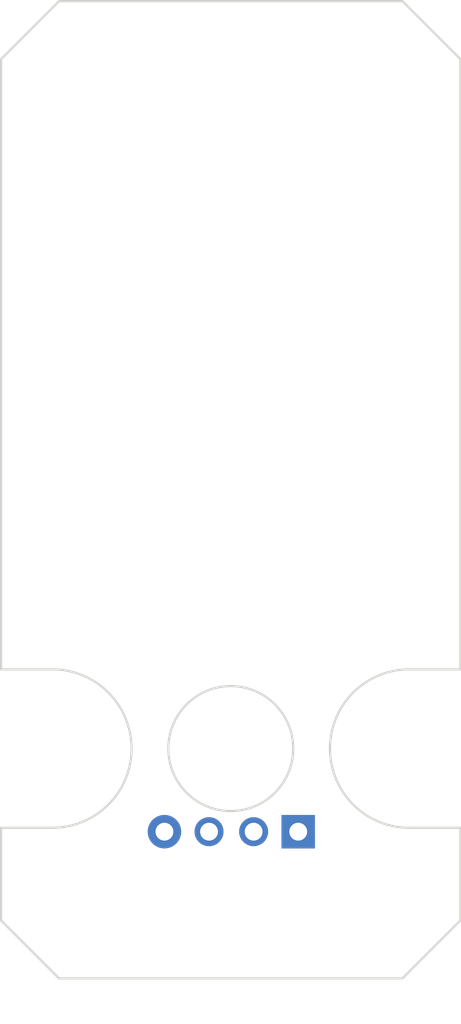
<source format=kicad_pcb>
(kicad_pcb (version 20211014) (generator pcbnew)
  (layers (0 "F.Cu" signal) (31 "B.Cu" signal) (34 "B.Paste" user) (35 "F.Paste" user) (36 "B.SilkS" user "B.Silkscreen") (37 "F.SilkS" user "F.Silkscreen") (38 "B.Mask" user) (39 "F.Mask" user) (44 "Edge.Cuts" user))
  (net 0 "")
  (net 1 "VDD")
  (net 2 "GND")
  (footprint "0-MyLibrary:Grove-HW4-2.0-90D" (layer "F.Cu") (at 150.025 105.185 180)
    (fp_text reference "J1" hide)
    (fp_text value "GROVE-CONNECTOR-DIP-90D_4P-2.0_" hide)
    (pad "1" thru_hole rect locked (at -3 0 180) (size 1.5 1.5) (drill 0.8) (layers *.Cu *.Mask))
    (pad "2" thru_hole circle locked (at -1 0 180) (size 1.3 1.3) (drill 0.8) (layers *.Cu *.Mask))
    (pad "3" thru_hole circle locked (at 1 0 180) (size 1.3 1.3) (drill 0.8) (layers *.Cu *.Mask) (net 1 "VDD"))
    (pad "4" thru_hole circle locked (at 3 0 180) (size 1.5 1.5) (drill 0.8) (layers *.Cu *.Mask) (net 2 "GND"))
  )
  (gr_line locked (start 142.3 111.76) (end 139.7 109.16) (layer "Edge.Cuts") (width 0.1))
  (gr_line locked (start 142 97.91) (end 139.7 97.91) (layer "Edge.Cuts") (width 0.1))
  (gr_circle locked (center 150 101.46) (end 152.8 101.46) (layer "Edge.Cuts") (width 0.1) (fill none))
  (gr_line locked (start 139.7 70.56) (end 142.3 67.96) (layer "Edge.Cuts") (width 0.1))
  (gr_arc locked (start 158 105.01) (mid 154.45 101.46) (end 158 97.91) (layer "Edge.Cuts") (width 0.1))
  (gr_line locked (start 142.3 67.96) (end 157.7 67.96) (layer "Edge.Cuts") (width 0.1))
  (gr_line locked (start 139.7 97.91) (end 139.7 70.56) (layer "Edge.Cuts") (width 0.1))
  (gr_line locked (start 160.3 109.16) (end 157.7 111.76) (layer "Edge.Cuts") (width 0.1))
  (gr_line locked (start 139.7 105.01) (end 142 105.01) (layer "Edge.Cuts") (width 0.1))
  (gr_line locked (start 160.3 105.01) (end 160.3 109.16) (layer "Edge.Cuts") (width 0.1))
  (gr_arc locked (start 142 97.91) (mid 145.55 101.46) (end 142 105.01) (layer "Edge.Cuts") (width 0.1))
  (gr_line locked (start 157.7 67.96) (end 160.3 70.56) (layer "Edge.Cuts") (width 0.1))
  (gr_line locked (start 160.3 97.91) (end 158 97.91) (layer "Edge.Cuts") (width 0.1))
  (gr_line locked (start 160.3 70.56) (end 160.3 97.91) (layer "Edge.Cuts") (width 0.1))
  (gr_line locked (start 158 105.01) (end 160.3 105.01) (layer "Edge.Cuts") (width 0.1))
  (gr_line locked (start 157.7 111.76) (end 142.3 111.76) (layer "Edge.Cuts") (width 0.1))
  (gr_line locked (start 139.7 109.16) (end 139.7 105.01) (layer "Edge.Cuts") (width 0.1))
)
</source>
